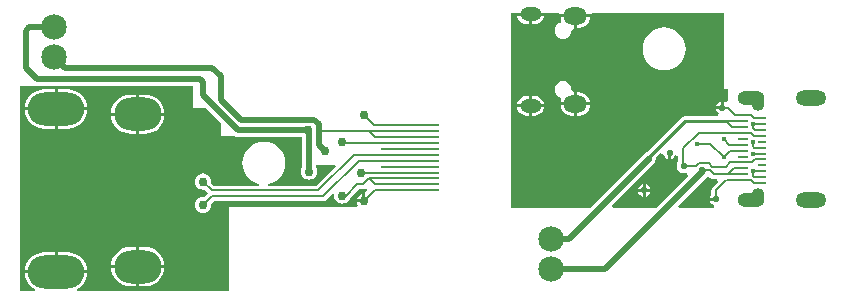
<source format=gtl>
G04 Layer_Physical_Order=1*
G04 Layer_Color=255*
%FSLAX24Y24*%
%MOIN*%
G70*
G01*
G75*
%ADD10R,0.0315X0.0106*%
%ADD11R,0.0354X0.0106*%
%ADD12C,0.0080*%
%ADD13C,0.0200*%
%ADD14C,0.0100*%
%ADD15R,0.1969X0.0079*%
%ADD16O,0.0433X0.0600*%
%ADD17O,0.0906X0.0472*%
%ADD18O,0.1024X0.0512*%
%ADD19C,0.0850*%
%ADD20O,0.0787X0.0571*%
%ADD21O,0.0709X0.0453*%
%ADD22C,0.0150*%
%ADD23C,0.0220*%
%ADD24C,0.0170*%
%ADD25O,0.1890X0.1102*%
%ADD26O,0.1575X0.1102*%
%ADD27C,0.0300*%
G36*
X25973Y8542D02*
X26005Y8548D01*
X26074Y8594D01*
X26121Y8664D01*
X26220Y8649D01*
Y8451D01*
X26176Y8386D01*
X26158Y8296D01*
X26176Y8206D01*
X26227Y8130D01*
X26303Y8079D01*
X26393Y8061D01*
X26482Y8079D01*
X26493Y8086D01*
X26517Y8079D01*
X26546Y7966D01*
X25465Y6886D01*
X24031D01*
X23992Y6978D01*
X25355Y8341D01*
X25398Y8370D01*
X25449Y8446D01*
X25467Y8536D01*
X25461Y8569D01*
X25612Y8720D01*
X25720Y8687D01*
X25725Y8664D01*
X25771Y8594D01*
X25841Y8548D01*
X25873Y8542D01*
Y8746D01*
X25973D01*
Y8542D01*
D02*
G37*
G36*
X27277Y7910D02*
X27330Y7875D01*
X27393Y7863D01*
X27498D01*
X27536Y7770D01*
X27367Y7601D01*
X27332Y7548D01*
X27320Y7486D01*
Y7320D01*
X27285Y7268D01*
X27279Y7236D01*
X27483D01*
Y7136D01*
X27279D01*
X27285Y7104D01*
X27331Y7034D01*
X27401Y6988D01*
X27412Y6986D01*
X27402Y6886D01*
X26231D01*
X26192Y6978D01*
X27191Y7977D01*
X27209Y7979D01*
X27277Y7910D01*
D02*
G37*
G36*
X27733Y10866D02*
X27883D01*
Y10466D01*
X27783Y10422D01*
X27765Y10434D01*
X27733Y10440D01*
Y10236D01*
X27683D01*
Y10186D01*
X27479D01*
X27485Y10154D01*
X27531Y10084D01*
X27566Y10062D01*
X27535Y9962D01*
X26435D01*
X26435Y9962D01*
X26369Y9948D01*
X26312Y9911D01*
X25157Y8755D01*
X25143Y8752D01*
X25067Y8702D01*
X25038Y8658D01*
X23265Y6886D01*
X20633D01*
Y13416D01*
X20786D01*
X20790Y13411D01*
Y13411D01*
X21291D01*
X21792D01*
Y13411D01*
X21796Y13416D01*
X22204D01*
X22260Y13352D01*
X22787D01*
X23315D01*
X23370Y13416D01*
X27733D01*
Y10866D01*
D02*
G37*
%LPC*%
G36*
X25287Y7436D02*
X25133D01*
Y7282D01*
X25165Y7288D01*
X25234Y7334D01*
X25280Y7404D01*
X25287Y7436D01*
D02*
G37*
G36*
X25033D02*
X24879D01*
X24885Y7404D01*
X24931Y7334D01*
X25001Y7288D01*
X25033Y7282D01*
Y7436D01*
D02*
G37*
G36*
X25133Y7690D02*
Y7536D01*
X25287D01*
X25280Y7568D01*
X25234Y7637D01*
X25165Y7684D01*
X25133Y7690D01*
D02*
G37*
G36*
X25033D02*
X25001Y7684D01*
X24931Y7637D01*
X24885Y7568D01*
X24879Y7536D01*
X25033D01*
Y7690D01*
D02*
G37*
G36*
X22737Y10319D02*
X22297D01*
X22304Y10269D01*
X22342Y10175D01*
X22404Y10094D01*
X22485Y10033D01*
X22579Y9994D01*
X22679Y9981D01*
X22737D01*
Y10319D01*
D02*
G37*
G36*
X23278D02*
X22837D01*
Y9981D01*
X22896D01*
X22996Y9994D01*
X23090Y10033D01*
X23171Y10094D01*
X23232Y10175D01*
X23271Y10269D01*
X23278Y10319D01*
D02*
G37*
G36*
X21742Y10260D02*
X21341D01*
Y9981D01*
X21419D01*
X21504Y9992D01*
X21584Y10025D01*
X21652Y10077D01*
X21704Y10146D01*
X21737Y10225D01*
X21742Y10260D01*
D02*
G37*
G36*
X21241D02*
X20841D01*
X20845Y10225D01*
X20878Y10146D01*
X20931Y10077D01*
X20999Y10025D01*
X21078Y9992D01*
X21163Y9981D01*
X21241D01*
Y10260D01*
D02*
G37*
G36*
X22737Y13252D02*
X22297D01*
X22304Y13202D01*
X22308Y13192D01*
X22302Y13091D01*
X22257Y13072D01*
X22234Y13062D01*
X22176Y13018D01*
X22132Y12960D01*
X22104Y12893D01*
X22094Y12820D01*
X22104Y12748D01*
X22132Y12680D01*
X22176Y12622D01*
X22234Y12578D01*
X22302Y12550D01*
X22374Y12540D01*
X22446Y12550D01*
X22514Y12578D01*
X22572Y12622D01*
X22616Y12680D01*
X22644Y12748D01*
X22653Y12816D01*
X22656Y12827D01*
X22737Y12912D01*
Y13252D01*
D02*
G37*
G36*
X25743Y12920D02*
X25603Y12906D01*
X25469Y12865D01*
X25346Y12799D01*
X25238Y12711D01*
X25149Y12602D01*
X25083Y12479D01*
X25042Y12345D01*
X25029Y12206D01*
X25042Y12067D01*
X25083Y11933D01*
X25149Y11809D01*
X25238Y11701D01*
X25346Y11612D01*
X25469Y11546D01*
X25603Y11506D01*
X25743Y11492D01*
X25882Y11506D01*
X26016Y11546D01*
X26139Y11612D01*
X26248Y11701D01*
X26336Y11809D01*
X26402Y11933D01*
X26443Y12067D01*
X26457Y12206D01*
X26443Y12345D01*
X26402Y12479D01*
X26336Y12602D01*
X26248Y12711D01*
X26139Y12799D01*
X26016Y12865D01*
X25882Y12906D01*
X25743Y12920D01*
D02*
G37*
G36*
X23278Y13252D02*
X22837D01*
Y12914D01*
X22896D01*
X22996Y12927D01*
X23090Y12966D01*
X23171Y13027D01*
X23232Y13108D01*
X23271Y13202D01*
X23278Y13252D01*
D02*
G37*
G36*
X21742Y13311D02*
X21341D01*
Y13032D01*
X21419D01*
X21504Y13043D01*
X21584Y13076D01*
X21652Y13129D01*
X21704Y13197D01*
X21737Y13276D01*
X21742Y13311D01*
D02*
G37*
G36*
X21241D02*
X20841D01*
X20845Y13276D01*
X20878Y13197D01*
X20931Y13129D01*
X20999Y13076D01*
X21078Y13043D01*
X21163Y13032D01*
X21241D01*
Y13311D01*
D02*
G37*
G36*
X21241Y10639D02*
X21163D01*
X21078Y10628D01*
X20999Y10595D01*
X20931Y10543D01*
X20878Y10475D01*
X20845Y10395D01*
X20841Y10360D01*
X21241D01*
Y10639D01*
D02*
G37*
G36*
X27633Y10440D02*
X27601Y10434D01*
X27531Y10387D01*
X27485Y10318D01*
X27479Y10286D01*
X27633D01*
Y10440D01*
D02*
G37*
G36*
X21419Y10639D02*
X21341D01*
Y10360D01*
X21742D01*
X21737Y10395D01*
X21704Y10475D01*
X21652Y10543D01*
X21584Y10595D01*
X21504Y10628D01*
X21419Y10639D01*
D02*
G37*
G36*
X22896Y10758D02*
X22837D01*
Y10419D01*
X23278D01*
X23271Y10470D01*
X23232Y10564D01*
X23171Y10644D01*
X23090Y10706D01*
X22996Y10745D01*
X22896Y10758D01*
D02*
G37*
G36*
X22374Y11131D02*
X22302Y11122D01*
X22234Y11094D01*
X22176Y11049D01*
X22132Y10992D01*
X22104Y10924D01*
X22094Y10852D01*
X22104Y10779D01*
X22132Y10712D01*
X22176Y10654D01*
X22234Y10609D01*
X22257Y10600D01*
X22302Y10581D01*
X22308Y10480D01*
X22304Y10470D01*
X22297Y10419D01*
X22737D01*
Y10760D01*
X22656Y10845D01*
X22653Y10856D01*
X22644Y10924D01*
X22616Y10992D01*
X22572Y11049D01*
X22514Y11094D01*
X22446Y11122D01*
X22374Y11131D01*
D02*
G37*
%LPD*%
G36*
X4847Y10963D02*
X10037D01*
Y10227D01*
X10484D01*
X10967Y9744D01*
Y9297D01*
X11429D01*
X11455Y9280D01*
X11541Y9263D01*
X13683D01*
Y8268D01*
X13671Y8253D01*
X13644Y8187D01*
X13635Y8117D01*
X13644Y8047D01*
X13671Y7981D01*
X13714Y7924D01*
X13771Y7881D01*
X13837Y7854D01*
X13907Y7845D01*
X13977Y7854D01*
X14043Y7881D01*
X14100Y7924D01*
X14143Y7981D01*
X14170Y8047D01*
X14179Y8117D01*
X14170Y8187D01*
X14143Y8253D01*
X14131Y8268D01*
Y8347D01*
X14773D01*
X14792Y8301D01*
X14142Y7650D01*
X12555D01*
X12548Y7700D01*
X12670Y7737D01*
X12794Y7803D01*
X12902Y7892D01*
X12991Y8000D01*
X13057Y8124D01*
X13097Y8258D01*
X13111Y8397D01*
X13097Y8536D01*
X13057Y8670D01*
X12991Y8794D01*
X12902Y8902D01*
X12794Y8991D01*
X12670Y9057D01*
X12536Y9097D01*
X12397Y9111D01*
X12258Y9097D01*
X12124Y9057D01*
X12000Y8991D01*
X11892Y8902D01*
X11803Y8794D01*
X11737Y8670D01*
X11697Y8536D01*
X11683Y8397D01*
X11697Y8258D01*
X11737Y8124D01*
X11803Y8000D01*
X11892Y7892D01*
X12000Y7803D01*
X12124Y7737D01*
X12246Y7700D01*
X12239Y7650D01*
X10742D01*
X10648Y7744D01*
X10653Y7781D01*
X10644Y7851D01*
X10617Y7917D01*
X10573Y7973D01*
X10517Y8017D01*
X10451Y8044D01*
X10381Y8053D01*
X10310Y8044D01*
X10245Y8017D01*
X10188Y7973D01*
X10145Y7917D01*
X10118Y7851D01*
X10108Y7781D01*
X10118Y7710D01*
X10145Y7645D01*
X10188Y7588D01*
X10245Y7545D01*
X10310Y7518D01*
X10381Y7508D01*
X10417Y7513D01*
X10544Y7387D01*
X10417Y7261D01*
X10381Y7266D01*
X10310Y7256D01*
X10245Y7229D01*
X10188Y7186D01*
X10145Y7129D01*
X10118Y7064D01*
X10108Y6993D01*
X10118Y6923D01*
X10145Y6857D01*
X10188Y6801D01*
X10245Y6757D01*
X10310Y6730D01*
X10381Y6721D01*
X10451Y6730D01*
X10517Y6757D01*
X10573Y6801D01*
X10617Y6857D01*
X10644Y6923D01*
X10653Y6993D01*
X10648Y7030D01*
X10752Y7134D01*
X14379D01*
X14442Y7146D01*
X14495Y7182D01*
X14704Y7391D01*
X14751Y7368D01*
X14745Y7317D01*
X14754Y7247D01*
X14781Y7181D01*
X14824Y7124D01*
X14881Y7081D01*
X14947Y7054D01*
X15017Y7045D01*
X15087Y7054D01*
X15153Y7081D01*
X15210Y7124D01*
X15253Y7181D01*
X15268Y7217D01*
X15571Y7521D01*
X15697D01*
X15759Y7533D01*
X15777Y7545D01*
X15827Y7518D01*
Y7458D01*
X15787Y7418D01*
Y7137D01*
X15737D01*
Y7087D01*
X15492D01*
X15502Y7039D01*
X15537Y6987D01*
X15510Y6937D01*
X11237D01*
Y4227D01*
Y4141D01*
X11147Y4137D01*
X6174Y4140D01*
X6162Y4190D01*
X6230Y4226D01*
X6329Y4308D01*
X6411Y4407D01*
X6471Y4520D01*
X6508Y4643D01*
X6516Y4720D01*
X5473D01*
X4430D01*
X4437Y4643D01*
X4475Y4520D01*
X4535Y4407D01*
X4616Y4308D01*
X4716Y4226D01*
X4783Y4191D01*
X4770Y4141D01*
X4277Y4141D01*
Y7157D01*
Y10687D01*
Y10967D01*
X4825D01*
X4847Y10963D01*
D02*
G37*
%LPC*%
G36*
X8143Y5602D02*
X7957D01*
X7829Y5589D01*
X7707Y5552D01*
X7594Y5492D01*
X7494Y5410D01*
X7413Y5311D01*
X7353Y5198D01*
X7315Y5075D01*
X7308Y4998D01*
X8143D01*
Y5602D01*
D02*
G37*
G36*
X8430D02*
X8243D01*
Y4998D01*
X9079D01*
X9071Y5075D01*
X9034Y5198D01*
X8974Y5311D01*
X8892Y5410D01*
X8793Y5492D01*
X8680Y5552D01*
X8557Y5589D01*
X8430Y5602D01*
D02*
G37*
G36*
X15687Y7382D02*
X15639Y7372D01*
X15557Y7317D01*
X15502Y7235D01*
X15492Y7187D01*
X15687D01*
Y7382D01*
D02*
G37*
G36*
X9079Y4898D02*
X8243D01*
Y4293D01*
X8430D01*
X8557Y4306D01*
X8680Y4343D01*
X8793Y4404D01*
X8892Y4485D01*
X8974Y4584D01*
X9034Y4697D01*
X9071Y4820D01*
X9079Y4898D01*
D02*
G37*
G36*
X8143D02*
X7308D01*
X7315Y4820D01*
X7353Y4697D01*
X7413Y4584D01*
X7494Y4485D01*
X7594Y4404D01*
X7707Y4343D01*
X7829Y4306D01*
X7957Y4293D01*
X8143D01*
Y4898D01*
D02*
G37*
G36*
X5867Y5425D02*
X5523D01*
Y4820D01*
X6516D01*
X6508Y4898D01*
X6471Y5021D01*
X6411Y5134D01*
X6329Y5233D01*
X6230Y5315D01*
X6117Y5375D01*
X5994Y5412D01*
X5867Y5425D01*
D02*
G37*
G36*
X5423D02*
X5079D01*
X4951Y5412D01*
X4829Y5375D01*
X4716Y5315D01*
X4616Y5233D01*
X4535Y5134D01*
X4475Y5021D01*
X4437Y4898D01*
X4430Y4820D01*
X5423D01*
Y5425D01*
D02*
G37*
G36*
X8430Y10681D02*
X8243D01*
Y10076D01*
X9079D01*
X9071Y10154D01*
X9034Y10277D01*
X8974Y10390D01*
X8892Y10489D01*
X8793Y10570D01*
X8680Y10631D01*
X8557Y10668D01*
X8430Y10681D01*
D02*
G37*
G36*
X8143D02*
X7957D01*
X7829Y10668D01*
X7707Y10631D01*
X7594Y10570D01*
X7494Y10489D01*
X7413Y10390D01*
X7353Y10277D01*
X7315Y10154D01*
X7308Y10076D01*
X8143D01*
Y10681D01*
D02*
G37*
G36*
X5867Y10858D02*
X5523D01*
Y10254D01*
X6516D01*
X6508Y10331D01*
X6471Y10454D01*
X6411Y10567D01*
X6329Y10666D01*
X6230Y10748D01*
X6117Y10808D01*
X5994Y10845D01*
X5867Y10858D01*
D02*
G37*
G36*
X5423D02*
X5079D01*
X4951Y10845D01*
X4829Y10808D01*
X4716Y10748D01*
X4616Y10666D01*
X4535Y10567D01*
X4475Y10454D01*
X4437Y10331D01*
X4430Y10254D01*
X5423D01*
Y10858D01*
D02*
G37*
G36*
X9079Y9976D02*
X8243D01*
Y9372D01*
X8430D01*
X8557Y9385D01*
X8680Y9422D01*
X8793Y9482D01*
X8892Y9564D01*
X8974Y9663D01*
X9034Y9776D01*
X9071Y9899D01*
X9079Y9976D01*
D02*
G37*
G36*
X8143D02*
X7308D01*
X7315Y9899D01*
X7353Y9776D01*
X7413Y9663D01*
X7494Y9564D01*
X7594Y9482D01*
X7707Y9422D01*
X7829Y9385D01*
X7957Y9372D01*
X8143D01*
Y9976D01*
D02*
G37*
G36*
X6516Y10154D02*
X5523D01*
Y9549D01*
X5867D01*
X5994Y9562D01*
X6117Y9599D01*
X6230Y9659D01*
X6329Y9741D01*
X6411Y9840D01*
X6471Y9953D01*
X6508Y10076D01*
X6516Y10154D01*
D02*
G37*
G36*
X5423D02*
X4430D01*
X4437Y10076D01*
X4475Y9953D01*
X4535Y9840D01*
X4616Y9741D01*
X4716Y9659D01*
X4829Y9599D01*
X4951Y9562D01*
X5079Y9549D01*
X5423D01*
Y10154D01*
D02*
G37*
%LPD*%
D10*
X29000Y7731D02*
D03*
Y7928D02*
D03*
Y8125D02*
D03*
Y8519D02*
D03*
Y8322D02*
D03*
Y8716D02*
D03*
Y8912D02*
D03*
Y9109D02*
D03*
Y9306D02*
D03*
Y9503D02*
D03*
Y9700D02*
D03*
Y9897D02*
D03*
D11*
X28370Y9995D02*
D03*
Y9798D02*
D03*
Y9601D02*
D03*
Y9404D02*
D03*
Y9208D02*
D03*
Y9011D02*
D03*
Y8814D02*
D03*
Y8617D02*
D03*
Y8420D02*
D03*
Y8223D02*
D03*
Y8027D02*
D03*
Y7830D02*
D03*
D12*
X28693Y9576D02*
Y9686D01*
X28742Y9897D02*
X29000D01*
X28643Y9995D02*
X28742Y9897D01*
X28370Y9995D02*
X28643D01*
X28693Y8716D02*
X28999D01*
X28736Y8912D02*
X29000D01*
X28693Y8956D02*
X28736Y8912D01*
X28103Y9995D02*
X28370D01*
X27863Y10236D02*
X28103Y9995D01*
X27683Y10236D02*
X27863D01*
X28766Y8519D02*
X29000D01*
X27827Y7830D02*
X28370D01*
X27795Y9798D02*
X27992Y9601D01*
X28370D01*
X27795Y9798D02*
X28370D01*
X26901Y9404D02*
X28370D01*
X27223Y8396D02*
X27343Y8276D01*
X26893Y8396D02*
X27223D01*
X26793Y8296D02*
X26893Y8396D01*
X26393Y8296D02*
X26793D01*
X27013Y8156D02*
X27263D01*
X27393Y8026D01*
X27343Y8276D02*
X27793D01*
X27937Y8420D01*
X27873Y8026D02*
X28369D01*
X27393D02*
X27873D01*
X28070Y8223D01*
X28370D01*
X28369Y8026D02*
X28370Y8027D01*
X27937Y8420D02*
X28370D01*
X27283Y9036D02*
X27733Y8586D01*
Y8594D02*
X27953Y8814D01*
X28370D01*
X27733Y9186D02*
X27908Y9011D01*
X28370D01*
Y7830D02*
X28649D01*
X28747Y7731D01*
X29000D01*
X28693Y7976D02*
Y8136D01*
Y7976D02*
X28740Y7928D01*
X29000D01*
X28704Y8125D02*
X29000D01*
X28370Y8420D02*
X28667D01*
X28766Y8519D01*
X28693Y8956D02*
Y9086D01*
X28713Y9106D01*
X28370Y9404D02*
X28644D01*
X28742Y9306D01*
X29000D01*
X28766Y9503D02*
X29000D01*
X28693Y9576D02*
X28766Y9503D01*
X28707Y9700D02*
X29000D01*
Y9897D02*
Y9901D01*
X26833Y9036D02*
X27283D01*
X26383Y8306D02*
Y8886D01*
Y8306D02*
X26393Y8296D01*
X27483Y7186D02*
Y7486D01*
X27817Y7820D01*
X26383Y8886D02*
X26891Y9394D01*
X10381Y6993D02*
X10684Y7297D01*
X10381Y7781D02*
X10674Y7487D01*
X14209D01*
X10684Y7297D02*
X14379D01*
X15702Y8082D02*
X17337D01*
X16111Y9263D02*
X17337D01*
X15038Y9066D02*
X17337D01*
X15558Y8476D02*
X17337D01*
X14209Y7487D02*
X15395Y8673D01*
X17337D01*
X16092Y7492D02*
X17337D01*
X15737Y7137D02*
X16092Y7492D01*
X16067Y9657D02*
X17337D01*
X15737Y9987D02*
X16067Y9657D01*
X15937Y9437D02*
X16111Y9263D01*
X14264Y9460D02*
X17337D01*
X15899Y7885D02*
X17297D01*
X16096Y7689D02*
X17297D01*
X15899Y7885D02*
X16096Y7689D01*
X15697Y7684D02*
X15899Y7885D01*
X14379Y7297D02*
X15558Y8476D01*
X15504Y7684D02*
X15697D01*
X15137Y7317D02*
X15504Y7684D01*
X15017Y7317D02*
X15137D01*
D13*
X23763Y4866D02*
X27033Y8136D01*
X27013Y8156D02*
X27033Y8136D01*
X21963Y4866D02*
X23763D01*
X22563Y5866D02*
X25233Y8536D01*
X21963Y5866D02*
X22563D01*
X10287Y11187D02*
X10377Y11097D01*
X4847Y11187D02*
X10287D01*
X4457Y11577D02*
X4847Y11187D01*
X10957Y10507D02*
Y11287D01*
Y10507D02*
X11627Y9837D01*
X4587Y12937D02*
X5397D01*
X4457Y12807D02*
X4587Y12937D01*
X4457Y11577D02*
Y12807D01*
X10377Y10651D02*
Y11097D01*
X11541Y9487D02*
X13887D01*
X14237Y8987D02*
Y9687D01*
Y8987D02*
X14437Y8787D01*
X13887Y9487D02*
X13907Y9467D01*
Y8117D02*
Y9467D01*
X10377Y10651D02*
X11541Y9487D01*
X11627Y9837D02*
X14087D01*
X14237Y9687D01*
X5397Y11937D02*
X5767Y11567D01*
X10677D01*
X10957Y11287D01*
D14*
X25233Y8536D02*
Y8586D01*
X26435Y9788D01*
X27785D01*
D15*
X17267Y9657D02*
D03*
Y9460D02*
D03*
Y9263D02*
D03*
Y9066D02*
D03*
Y8870D02*
D03*
Y8673D02*
D03*
Y8476D02*
D03*
Y8279D02*
D03*
Y8082D02*
D03*
Y7885D02*
D03*
Y7689D02*
D03*
Y7492D02*
D03*
D16*
X28883Y7276D02*
D03*
Y10446D02*
D03*
D17*
X28645Y7162D02*
D03*
X28645Y10564D02*
D03*
D18*
X30633Y7162D02*
D03*
Y10564D02*
D03*
D19*
X21963Y4866D02*
D03*
Y5866D02*
D03*
X5397Y11927D02*
D03*
Y12927D02*
D03*
D20*
X22787Y13302D02*
D03*
Y10369D02*
D03*
D21*
X21291Y10310D02*
D03*
Y13361D02*
D03*
D22*
X28693Y9686D02*
D03*
Y8716D02*
D03*
Y9086D02*
D03*
Y8136D02*
D03*
D23*
X27013Y8156D02*
D03*
X26393Y8296D02*
D03*
X25923Y8746D02*
D03*
X27483Y7186D02*
D03*
X27683Y10236D02*
D03*
X25233Y8536D02*
D03*
X25083Y7486D02*
D03*
D24*
X27733Y8586D02*
D03*
X26833Y9036D02*
D03*
X27733Y9186D02*
D03*
D25*
X5473Y10204D02*
D03*
Y4770D02*
D03*
D26*
X8193Y4948D02*
D03*
Y10026D02*
D03*
D27*
X10381Y6993D02*
D03*
Y7781D02*
D03*
X15632Y8082D02*
D03*
X14437Y8787D02*
D03*
X15737Y7137D02*
D03*
Y9987D02*
D03*
X13887Y9487D02*
D03*
X15007Y9097D02*
D03*
X13907Y8117D02*
D03*
X15017Y7317D02*
D03*
M02*

</source>
